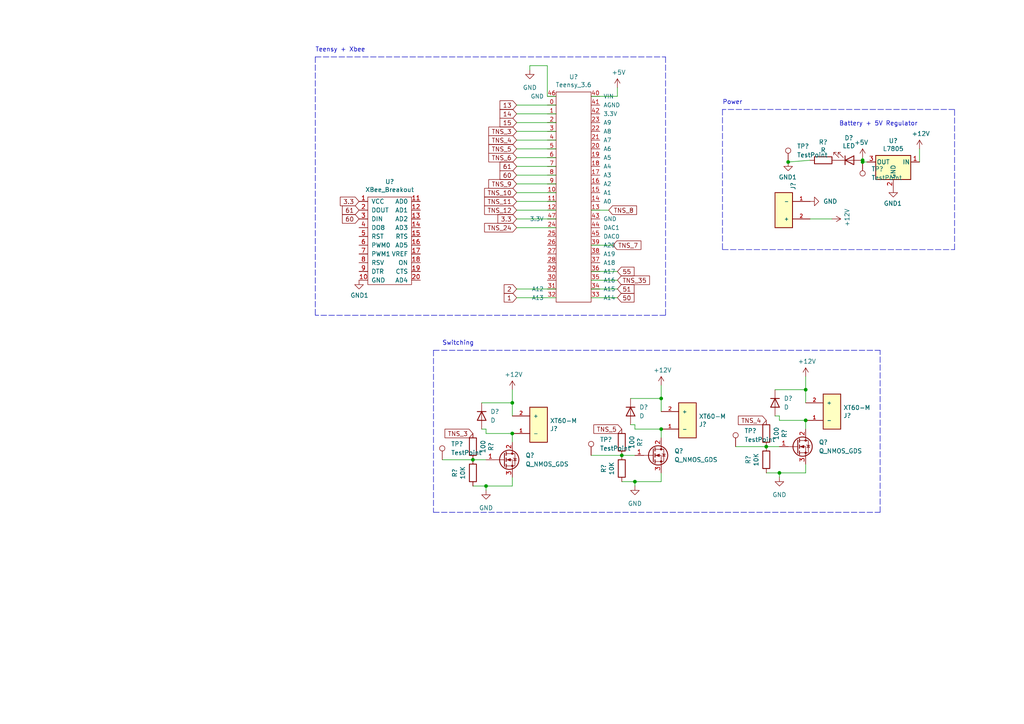
<source format=kicad_sch>
(kicad_sch (version 20211123) (generator eeschema)
  (paper "A4")
  (lib_symbols
    (symbol "CaelusPCB-cache:CaelusPCB-rescue_XT60-M-CaelusPCB" (pin_names (offset 1.016))
      (property "Reference" "J" (at -2.54 5.715 0))
      (property "Value" "CaelusPCB-rescue_XT60-M-CaelusPCB" (at -2.794 -6.35 0))
      (symbol "CaelusPCB-rescue_XT60-M-CaelusPCB_0_0"
        (rectangle (start -2.54 -5.08) (end 2.54 5.08) (stroke (width 0.254)) (fill (type background)))
        (pin passive line (at -7.62 2.54 0) (length 5.08) (name "-") (number "1"))
        (pin passive line (at -7.62 -2.54 0) (length 5.08) (name "+") (number "2"))
      )
    )
    (symbol "CaelusPCB-rescue:+5V-power-CaelusPCB-rescue-CaelusPCB-rescue-CaelusPCB-rescue" (power) (pin_names (offset 0))
      (property "Value" "+5V-power-CaelusPCB-rescue-CaelusPCB-rescue-CaelusPCB-rescue" (at 0 3.556 0))
      (symbol "+5V-power-CaelusPCB-rescue-CaelusPCB-rescue-CaelusPCB-rescue_0_1"
        (polyline (pts (xy -0.762 1.27) (xy 0 2.54)))
        (polyline (pts (xy 0 0) (xy 0 2.54)))
        (polyline (pts (xy 0 2.54) (xy 0.762 1.27)))
      )
      (symbol "+5V-power-CaelusPCB-rescue-CaelusPCB-rescue-CaelusPCB-rescue_1_1"
        (pin power_in line (at 0 0 90) (length 0) hide (name "+5V") (number "1"))
      )
    )
    (symbol "CaelusPCB-rescue:GND1-power-CaelusPCB-rescue-CaelusPCB-rescue-CaelusPCB-rescue" (power) (pin_names (offset 0))
      (property "Value" "GND1-power-CaelusPCB-rescue-CaelusPCB-rescue-CaelusPCB-rescue" (at 0 -3.81 0))
      (symbol "GND1-power-CaelusPCB-rescue-CaelusPCB-rescue-CaelusPCB-rescue_0_1"
        (polyline (pts (xy 0 0) (xy 0 -1.27) (xy 1.27 -1.27) (xy 0 -2.54) (xy -1.27 -1.27) (xy 0 -1.27)))
      )
      (symbol "GND1-power-CaelusPCB-rescue-CaelusPCB-rescue-CaelusPCB-rescue_1_1"
        (pin power_in line (at 0 0 270) (length 0) hide (name "GND1") (number "1"))
      )
    )
    (symbol "CaelusPCB-rescue:L7805-Regulator_Linear-CaelusPCB-rescue-CaelusPCB-rescue-CaelusPCB-rescue" (pin_names (offset 0.254))
      (property "Reference" "U" (at -3.81 3.175 0))
      (property "Value" "L7805-Regulator_Linear-CaelusPCB-rescue-CaelusPCB-rescue-CaelusPCB-rescue" (at 0 3.175 0))
      (symbol "L7805-Regulator_Linear-CaelusPCB-rescue-CaelusPCB-rescue-CaelusPCB-rescue_0_1"
        (rectangle (start -5.08 1.905) (end 5.08 -5.08) (stroke (width 0.254)) (fill (type background)))
      )
      (symbol "L7805-Regulator_Linear-CaelusPCB-rescue-CaelusPCB-rescue-CaelusPCB-rescue_1_1"
        (pin power_in line (at -7.62 0 0) (length 2.54) (name "IN") (number "1"))
        (pin power_in line (at 0 -7.62 90) (length 2.54) (name "GND") (number "2"))
        (pin power_out line (at 7.62 0 180) (length 2.54) (name "OUT") (number "3"))
      )
    )
    (symbol "CaelusPCB-rescue:Teensy3.6-Launchbox_Symbols-CaelusPCB-rescue-CaelusPCB-rescue-CaelusPCB-rescue" (pin_names (offset 1.016))
      (property "Reference" "U" (at 0 -21.59 0))
      (property "Value" "Teensy3.6-Launchbox_Symbols-CaelusPCB-rescue-CaelusPCB-rescue-CaelusPCB-rescue" (at 0 21.59 0))
      (symbol "Teensy3.6-Launchbox_Symbols-CaelusPCB-rescue-CaelusPCB-rescue-CaelusPCB-rescue_0_1"
        (rectangle (start -34.29 5.08) (end 26.67 -5.08))
      )
      (symbol "Teensy3.6-Launchbox_Symbols-CaelusPCB-rescue-CaelusPCB-rescue-CaelusPCB-rescue_1_1"
        (pin input line (at -30.48 -5.08 270) (length 2.54) (name "~") (number "0"))
        (pin input line (at -27.94 -5.08 270) (length 2.54) (name "~") (number "1"))
        (pin input line (at -5.08 -5.08 270) (length 2.54) (name "~") (number "10"))
        (pin input line (at -2.54 -5.08 270) (length 2.54) (name "~") (number "11"))
        (pin input line (at 0 -5.08 270) (length 2.54) (name "~") (number "12"))
        (pin input line (at 0 5.08 90) (length 2.54) (name "~") (number "13"))
        (pin input line (at -2.54 5.08 90) (length 2.54) (name "A0") (number "14"))
        (pin input line (at -5.08 5.08 90) (length 2.54) (name "A1") (number "15"))
        (pin input line (at -7.62 5.08 90) (length 2.54) (name "A2") (number "16"))
        (pin input line (at -10.16 5.08 90) (length 2.54) (name "A3") (number "17"))
        (pin input line (at -12.7 5.08 90) (length 2.54) (name "A4") (number "18"))
        (pin input line (at -15.24 5.08 90) (length 2.54) (name "A5") (number "19"))
        (pin input line (at -25.4 -5.08 270) (length 2.54) (name "~") (number "2"))
        (pin input line (at -17.78 5.08 90) (length 2.54) (name "A6") (number "20"))
        (pin input line (at -20.32 5.08 90) (length 2.54) (name "A7") (number "21"))
        (pin input line (at -22.86 5.08 90) (length 2.54) (name "A8") (number "22"))
        (pin input line (at -25.4 5.08 90) (length 2.54) (name "A9") (number "23"))
        (pin input line (at 5.08 -5.08 270) (length 2.54) (name "~") (number "24"))
        (pin input line (at 7.62 -5.08 270) (length 2.54) (name "~") (number "25"))
        (pin input line (at 10.16 -5.08 270) (length 2.54) (name "~") (number "26"))
        (pin input line (at 12.7 -5.08 270) (length 2.54) (name "~") (number "27"))
        (pin input line (at 15.24 -5.08 270) (length 2.54) (name "~") (number "28"))
        (pin input line (at 17.78 -5.08 270) (length 2.54) (name "~") (number "29"))
        (pin input line (at -22.86 -5.08 270) (length 2.54) (name "~") (number "3"))
        (pin input line (at 20.32 -5.08 270) (length 2.54) (name "~") (number "30"))
        (pin input line (at 22.86 -5.08 270) (length 2.54) (name "A12") (number "31"))
        (pin input line (at 25.4 -5.08 270) (length 2.54) (name "A13") (number "32"))
        (pin input line (at 25.4 5.08 90) (length 2.54) (name "A14") (number "33"))
        (pin input line (at 22.86 5.08 90) (length 2.54) (name "A15") (number "34"))
        (pin input line (at 20.32 5.08 90) (length 2.54) (name "A16") (number "35"))
        (pin input line (at 17.78 5.08 90) (length 2.54) (name "A17") (number "36"))
        (pin input line (at 15.24 5.08 90) (length 2.54) (name "A18") (number "37"))
        (pin input line (at 12.7 5.08 90) (length 2.54) (name "A19") (number "38"))
        (pin input line (at 10.16 5.08 90) (length 2.54) (name "A20") (number "39"))
        (pin input line (at -20.32 -5.08 270) (length 2.54) (name "~") (number "4"))
        (pin input line (at -33.02 5.08 90) (length 2.54) (name "VIN") (number "40"))
        (pin input line (at -30.48 5.08 90) (length 2.54) (name "AGND") (number "41"))
        (pin input line (at -27.94 5.08 90) (length 2.54) (name "3.3V") (number "42"))
        (pin input line (at 2.54 5.08 90) (length 2.54) (name "GND") (number "43"))
        (pin input line (at 5.08 5.08 90) (length 2.54) (name "DAC1") (number "44"))
        (pin input line (at 7.62 5.08 90) (length 2.54) (name "DAC0") (number "45"))
        (pin input line (at -33.02 -5.08 270) (length 2.54) (name "GND") (number "46"))
        (pin input line (at 2.54 -5.08 270) (length 2.54) (name "3.3V") (number "47"))
        (pin input line (at -17.78 -5.08 270) (length 2.54) (name "~") (number "5"))
        (pin input line (at -15.24 -5.08 270) (length 2.54) (name "~") (number "6"))
        (pin input line (at -12.7 -5.08 270) (length 2.54) (name "~") (number "7"))
        (pin input line (at -10.16 -5.08 270) (length 2.54) (name "~") (number "8"))
        (pin input line (at -7.62 -5.08 270) (length 2.54) (name "~") (number "9"))
      )
    )
    (symbol "CaelusPCB-rescue:XBee_Breakout-CaelusPCB-rescue-CaelusPCB-rescue-CaelusPCB-rescue" (pin_names (offset 1.016))
      (property "Reference" "U" (at -5.08 13.97 0))
      (property "Value" "XBee_Breakout-CaelusPCB-rescue-CaelusPCB-rescue-CaelusPCB-rescue" (at 0 -13.97 0))
      (symbol "XBee_Breakout-CaelusPCB-rescue-CaelusPCB-rescue-CaelusPCB-rescue_0_1"
        (rectangle (start -6.35 12.7) (end 6.35 -12.7))
      )
      (symbol "XBee_Breakout-CaelusPCB-rescue-CaelusPCB-rescue-CaelusPCB-rescue_1_1"
        (pin input line (at -8.89 11.43 0) (length 2.54) (name "VCC") (number "1"))
        (pin input line (at -8.89 -11.43 0) (length 2.54) (name "GND") (number "10"))
        (pin input line (at 8.89 11.43 180) (length 2.54) (name "AD0") (number "11"))
        (pin input line (at 8.89 8.89 180) (length 2.54) (name "AD1") (number "12"))
        (pin input line (at 8.89 6.35 180) (length 2.54) (name "AD2") (number "13"))
        (pin input line (at 8.89 3.81 180) (length 2.54) (name "AD3") (number "14"))
        (pin input line (at 8.89 1.27 180) (length 2.54) (name "RTS") (number "15"))
        (pin input line (at 8.89 -1.27 180) (length 2.54) (name "AD5") (number "16"))
        (pin input line (at 8.89 -3.81 180) (length 2.54) (name "VREF") (number "17"))
        (pin input line (at 8.89 -6.35 180) (length 2.54) (name "ON") (number "18"))
        (pin input line (at 8.89 -8.89 180) (length 2.54) (name "CTS") (number "19"))
        (pin input line (at -8.89 8.89 0) (length 2.54) (name "DOUT") (number "2"))
        (pin input line (at 8.89 -11.43 180) (length 2.54) (name "AD4") (number "20"))
        (pin input line (at -8.89 6.35 0) (length 2.54) (name "DIN") (number "3"))
        (pin input line (at -8.89 3.81 0) (length 2.54) (name "DO8") (number "4"))
        (pin input line (at -8.89 1.27 0) (length 2.54) (name "RST") (number "5"))
        (pin input line (at -8.89 -1.27 0) (length 2.54) (name "PWM0") (number "6"))
        (pin input line (at -8.89 -3.81 0) (length 2.54) (name "PWM1") (number "7"))
        (pin input line (at -8.89 -6.35 0) (length 2.54) (name "RSV") (number "8"))
        (pin input line (at -8.89 -8.89 0) (length 2.54) (name "DTR") (number "9"))
      )
    )
    (symbol "CaelusPCB-rescue:XT60-M-CaelusPCB" (pin_names (offset 1.016))
      (property "Reference" "J" (at -2.54 5.715 0))
      (property "Value" "XT60-M-CaelusPCB" (at -2.794 -6.35 0))
      (symbol "XT60-M-CaelusPCB_0_0"
        (rectangle (start -2.54 -5.08) (end 2.54 5.08) (stroke (width 0.254)) (fill (type background)))
        (pin passive line (at -7.62 2.54 0) (length 5.08) (name "-") (number "1"))
        (pin passive line (at -7.62 -2.54 0) (length 5.08) (name "+") (number "2"))
      )
    )
    (symbol "Connector:TestPoint" (pin_numbers hide) (pin_names (offset 0.762) hide)
      (property "Reference" "TP" (at 0 6.858 0))
      (property "Value" "TestPoint" (at 0 5.08 0))
      (symbol "TestPoint_0_1"
        (circle (center 0 3.302) (radius 0.762))
      )
      (symbol "TestPoint_1_1"
        (pin passive line (at 0 0 90) (length 2.54) (name "1") (number "1"))
      )
    )
    (symbol "Device:D" (pin_numbers hide) (pin_names (offset 1.016) hide)
      (property "Reference" "D" (at 0 2.54 0))
      (property "Value" "D" (at 0 -2.54 0))
      (symbol "D_0_1"
        (polyline (pts (xy -1.27 1.27) (xy -1.27 -1.27)) (stroke (width 0.254)))
        (polyline (pts (xy 1.27 0) (xy -1.27 0)))
        (polyline (pts (xy 1.27 1.27) (xy 1.27 -1.27) (xy -1.27 0) (xy 1.27 1.27)) (stroke (width 0.254)))
      )
      (symbol "D_1_1"
        (pin passive line (at -3.81 0 0) (length 2.54) (name "K") (number "1"))
        (pin passive line (at 3.81 0 180) (length 2.54) (name "A") (number "2"))
      )
    )
    (symbol "Device:LED" (pin_numbers hide) (pin_names (offset 1.016) hide)
      (property "Reference" "D" (at 0 2.54 0))
      (property "Value" "LED" (at 0 -2.54 0))
      (symbol "LED_0_1"
        (polyline (pts (xy -1.27 -1.27) (xy -1.27 1.27)) (stroke (width 0.254)))
        (polyline (pts (xy -1.27 0) (xy 1.27 0)))
        (polyline (pts (xy 1.27 -1.27) (xy 1.27 1.27) (xy -1.27 0) (xy 1.27 -1.27)) (stroke (width 0.254)))
        (polyline (pts (xy -3.048 -0.762) (xy -4.572 -2.286) (xy -3.81 -2.286) (xy -4.572 -2.286) (xy -4.572 -1.524)))
        (polyline (pts (xy -1.778 -0.762) (xy -3.302 -2.286) (xy -2.54 -2.286) (xy -3.302 -2.286) (xy -3.302 -1.524)))
      )
      (symbol "LED_1_1"
        (pin passive line (at -3.81 0 0) (length 2.54) (name "K") (number "1"))
        (pin passive line (at 3.81 0 180) (length 2.54) (name "A") (number "2"))
      )
    )
    (symbol "Device:Q_NMOS_GDS" (pin_names (offset 0) hide)
      (property "Reference" "Q" (at 5.08 1.27 0))
      (property "Value" "Q_NMOS_GDS" (at 5.08 -1.27 0))
      (symbol "Q_NMOS_GDS_0_1"
        (polyline (pts (xy 0.254 0) (xy -2.54 0)))
        (polyline (pts (xy 0.254 1.905) (xy 0.254 -1.905)) (stroke (width 0.254)))
        (polyline (pts (xy 0.762 -1.27) (xy 0.762 -2.286)) (stroke (width 0.254)))
        (polyline (pts (xy 0.762 0.508) (xy 0.762 -0.508)) (stroke (width 0.254)))
        (polyline (pts (xy 0.762 2.286) (xy 0.762 1.27)) (stroke (width 0.254)))
        (polyline (pts (xy 2.54 2.54) (xy 2.54 1.778)))
        (polyline (pts (xy 2.54 -2.54) (xy 2.54 0) (xy 0.762 0)))
        (polyline (pts (xy 0.762 -1.778) (xy 3.302 -1.778) (xy 3.302 1.778) (xy 0.762 1.778)))
        (polyline (pts (xy 1.016 0) (xy 2.032 0.381) (xy 2.032 -0.381) (xy 1.016 0)) (fill (type outline)))
        (polyline (pts (xy 2.794 0.508) (xy 2.921 0.381) (xy 3.683 0.381) (xy 3.81 0.254)))
        (polyline (pts (xy 3.302 0.381) (xy 2.921 -0.254) (xy 3.683 -0.254) (xy 3.302 0.381)))
        (circle (center 1.651 0) (radius 2.794) (stroke (width 0.254)))
        (circle (center 2.54 -1.778) (radius 0.254) (fill (type outline)))
        (circle (center 2.54 1.778) (radius 0.254) (fill (type outline)))
      )
      (symbol "Q_NMOS_GDS_1_1"
        (pin input line (at -5.08 0 0) (length 2.54) (name "G") (number "1"))
        (pin passive line (at 2.54 5.08 270) (length 2.54) (name "D") (number "2"))
        (pin passive line (at 2.54 -5.08 90) (length 2.54) (name "S") (number "3"))
      )
    )
    (symbol "Device:R" (pin_numbers hide) (pin_names (offset 0))
      (property "Reference" "R" (at 2.032 0 90))
      (property "Value" "R" (at 0 0 90))
      (symbol "R_0_1"
        (rectangle (start -1.016 -2.54) (end 1.016 2.54) (stroke (width 0.254)))
      )
      (symbol "R_1_1"
        (pin passive line (at 0 3.81 270) (length 1.27) (name "~") (number "1"))
        (pin passive line (at 0 -3.81 90) (length 1.27) (name "~") (number "2"))
      )
    )
    (symbol "power:+12V" (power) (pin_names (offset 0))
      (property "Value" "+12V" (at 0 3.556 0))
      (symbol "+12V_0_1"
        (polyline (pts (xy -0.762 1.27) (xy 0 2.54)))
        (polyline (pts (xy 0 0) (xy 0 2.54)))
        (polyline (pts (xy 0 2.54) (xy 0.762 1.27)))
      )
      (symbol "+12V_1_1"
        (pin power_in line (at 0 0 90) (length 0) hide (name "+12V") (number "1"))
      )
    )
    (symbol "power:GND" (power) (pin_names (offset 0))
      (property "Value" "GND" (at 0 -3.81 0))
      (symbol "GND_0_1"
        (polyline (pts (xy 0 0) (xy 0 -1.27) (xy 1.27 -1.27) (xy 0 -2.54) (xy -1.27 -1.27) (xy 0 -1.27)))
      )
      (symbol "GND_1_1"
        (pin power_in line (at 0 0 270) (length 0) hide (name "GND") (number "1"))
      )
    )
  )
  (junction (at 191.77 124.46))
  (junction (at 226.06 137.16))
  (junction (at 148.59 116.84))
  (junction (at 191.77 115.57))
  (junction (at 140.97 140.97))
  (junction (at 250.19 46.482))
  (junction (at 228.6 46.99))
  (junction (at 233.68 113.03))
  (junction (at 184.15 139.7))
  (junction (at 233.68 121.92))
  (junction (at 148.59 125.73))
  (junction (at 250.19 46.99))
  (junction (at 180.34 132.08))
  (junction (at 137.16 133.35))
  (junction (at 222.25 129.54))
  (wire (pts (xy 171.45 60.96) (xy 176.53 60.96)))
  (wire (pts (xy 191.77 115.57) (xy 191.77 119.38)))
  (wire (pts (xy 149.86 86.36) (xy 161.29 86.36)))
  (wire (pts (xy 161.29 55.88) (xy 149.86 55.88)))
  (polyline (pts (xy 255.27 148.59) (xy 255.27 101.6)))
  (wire (pts (xy 226.06 121.92) (xy 226.06 120.65)))
  (wire (pts (xy 250.19 46.99) (xy 250.19 46.482)))
  (wire (pts (xy 161.29 63.5) (xy 149.86 63.5)))
  (wire (pts (xy 224.79 113.03) (xy 233.68 113.03)))
  (wire (pts (xy 161.29 40.64) (xy 149.86 40.64)))
  (polyline (pts (xy 193.04 91.44) (xy 91.44 91.44)))
  (wire (pts (xy 191.77 111.76) (xy 191.77 115.57)))
  (wire (pts (xy 137.16 133.35) (xy 140.97 133.35)))
  (polyline (pts (xy 276.86 31.75) (xy 209.55 31.75)))
  (wire (pts (xy 233.68 121.92) (xy 233.68 124.46)))
  (wire (pts (xy 158.75 27.94) (xy 158.75 19.05)))
  (wire (pts (xy 251.46 46.99) (xy 250.19 46.99)))
  (wire (pts (xy 128.27 133.35) (xy 137.16 133.35)))
  (polyline (pts (xy 125.73 148.59) (xy 255.27 148.59)))
  (wire (pts (xy 148.59 125.73) (xy 148.59 128.27)))
  (wire (pts (xy 233.68 113.03) (xy 233.68 116.84)))
  (wire (pts (xy 148.59 113.03) (xy 148.59 116.84)))
  (wire (pts (xy 241.3 63.5) (xy 234.95 63.5)))
  (wire (pts (xy 137.16 140.97) (xy 140.97 140.97)))
  (wire (pts (xy 161.29 60.96) (xy 149.86 60.96)))
  (wire (pts (xy 179.07 83.82) (xy 171.45 83.82)))
  (wire (pts (xy 266.7 43.18) (xy 266.7 46.99)))
  (wire (pts (xy 161.29 27.94) (xy 158.75 27.94)))
  (wire (pts (xy 180.34 132.08) (xy 184.15 132.08)))
  (wire (pts (xy 177.8 71.12) (xy 171.45 71.12)))
  (wire (pts (xy 228.6 46.99) (xy 234.95 46.482)))
  (polyline (pts (xy 91.44 16.51) (xy 193.04 16.51)))
  (wire (pts (xy 184.15 140.97) (xy 184.15 139.7)))
  (wire (pts (xy 226.06 137.16) (xy 233.68 137.16)))
  (wire (pts (xy 179.07 27.94) (xy 179.07 25.4)))
  (wire (pts (xy 222.25 129.54) (xy 226.06 129.54)))
  (wire (pts (xy 213.36 129.54) (xy 222.25 129.54)))
  (wire (pts (xy 149.86 33.02) (xy 161.29 33.02)))
  (wire (pts (xy 184.15 139.7) (xy 191.77 139.7)))
  (wire (pts (xy 153.67 19.05) (xy 153.67 20.32)))
  (wire (pts (xy 179.07 81.28) (xy 171.45 81.28)))
  (wire (pts (xy 171.45 132.08) (xy 180.34 132.08)))
  (wire (pts (xy 161.29 50.8) (xy 149.86 50.8)))
  (polyline (pts (xy 125.73 101.6) (xy 125.73 148.59)))
  (wire (pts (xy 191.77 139.7) (xy 191.77 137.16)))
  (wire (pts (xy 140.97 124.46) (xy 139.7 124.46)))
  (wire (pts (xy 161.29 45.72) (xy 149.86 45.72)))
  (wire (pts (xy 226.06 120.65) (xy 224.79 120.65)))
  (wire (pts (xy 191.77 124.46) (xy 191.77 127)))
  (wire (pts (xy 184.15 124.46) (xy 184.15 123.19)))
  (wire (pts (xy 222.25 137.16) (xy 226.06 137.16)))
  (wire (pts (xy 149.86 38.1) (xy 161.29 38.1)))
  (wire (pts (xy 233.68 121.92) (xy 226.06 121.92)))
  (polyline (pts (xy 91.44 16.51) (xy 91.44 91.44)))
  (wire (pts (xy 250.19 46.482) (xy 250.19 45.72)))
  (wire (pts (xy 149.86 53.34) (xy 161.29 53.34)))
  (wire (pts (xy 149.86 35.56) (xy 161.29 35.56)))
  (wire (pts (xy 148.59 116.84) (xy 148.59 120.65)))
  (wire (pts (xy 149.86 58.42) (xy 161.29 58.42)))
  (wire (pts (xy 148.59 140.97) (xy 148.59 138.43)))
  (wire (pts (xy 149.86 48.26) (xy 161.29 48.26)))
  (wire (pts (xy 140.97 125.73) (xy 140.97 124.46)))
  (polyline (pts (xy 125.73 101.6) (xy 255.27 101.6)))
  (wire (pts (xy 184.15 123.19) (xy 182.88 123.19)))
  (wire (pts (xy 233.68 137.16) (xy 233.68 134.62)))
  (wire (pts (xy 149.86 43.18) (xy 161.29 43.18)))
  (wire (pts (xy 148.59 125.73) (xy 140.97 125.73)))
  (wire (pts (xy 140.97 142.24) (xy 140.97 140.97)))
  (wire (pts (xy 139.7 116.84) (xy 148.59 116.84)))
  (wire (pts (xy 180.34 139.7) (xy 184.15 139.7)))
  (wire (pts (xy 158.75 19.05) (xy 153.67 19.05)))
  (wire (pts (xy 140.97 140.97) (xy 148.59 140.97)))
  (polyline (pts (xy 209.55 72.39) (xy 276.86 72.39)))
  (wire (pts (xy 226.06 138.43) (xy 226.06 137.16)))
  (wire (pts (xy 171.45 27.94) (xy 179.07 27.94)))
  (polyline (pts (xy 209.55 31.75) (xy 209.55 72.39)))
  (wire (pts (xy 149.86 66.04) (xy 161.29 66.04)))
  (wire (pts (xy 182.88 115.57) (xy 191.77 115.57)))
  (wire (pts (xy 179.07 86.36) (xy 171.45 86.36)))
  (polyline (pts (xy 193.04 16.51) (xy 193.04 91.44)))
  (wire (pts (xy 149.86 30.48) (xy 161.29 30.48)))
  (wire (pts (xy 179.07 78.74) (xy 171.45 78.74)))
  (wire (pts (xy 149.86 83.82) (xy 161.29 83.82)))
  (wire (pts (xy 191.77 124.46) (xy 184.15 124.46)))
  (polyline (pts (xy 276.86 72.39) (xy 276.86 31.75)))
  (wire (pts (xy 233.68 109.22) (xy 233.68 113.03)))
  (text "Teensy + Xbee\n" (at 91.44 15.24 0) (effects (font (size 1.27 1.27)) (justify left bottom)))
  (text "Switching\n" (at 128.27 100.33 0) (effects (font (size 1.27 1.27)) (justify left bottom)))
  (text "Battery + 5V Regulator" (at 266.192 36.703 180) (effects (font (size 1.27 1.27)) (justify right bottom)))
  (text "Power\n" (at 209.55 30.48 0) (effects (font (size 1.27 1.27)) (justify left bottom)))
  (global_label "3.3" (shape input) (at 104.14 58.42 180) (property "Intersheet References" "${INTERSHEET_REFS}" (effects hide)))
  (global_label "TNS_10" (shape input) (at 149.86 55.88 180) (property "Intersheet References" "${INTERSHEET_REFS}" (effects hide)))
  (global_label "15" (shape input) (at 149.86 35.56 180) (property "Intersheet References" "${INTERSHEET_REFS}" (effects hide)))
  (global_label "1" (shape input) (at 149.86 86.36 180) (property "Intersheet References" "${INTERSHEET_REFS}" (effects hide)))
  (global_label "2" (shape input) (at 149.86 83.82 180) (property "Intersheet References" "${INTERSHEET_REFS}" (effects hide)))
  (global_label "61" (shape input) (at 149.86 48.26 180) (property "Intersheet References" "${INTERSHEET_REFS}" (effects hide)))
  (global_label "50" (shape input) (at 179.07 86.36 0) (property "Intersheet References" "${INTERSHEET_REFS}" (effects hide)))
  (global_label "TNS_4" (shape input) (at 222.25 121.92 180) (property "Intersheet References" "${INTERSHEET_REFS}" (effects hide)))
  (global_label "51" (shape input) (at 179.07 83.82 0) (property "Intersheet References" "${INTERSHEET_REFS}" (effects hide)))
  (global_label "3.3" (shape input) (at 149.86 63.5 180) (property "Intersheet References" "${INTERSHEET_REFS}" (effects hide)))
  (global_label "55" (shape input) (at 179.07 78.74 0) (property "Intersheet References" "${INTERSHEET_REFS}" (effects hide)))
  (global_label "TNS_7" (shape input) (at 177.8 71.12 0) (property "Intersheet References" "${INTERSHEET_REFS}" (effects hide)))
  (global_label "TNS_35" (shape input) (at 179.07 81.28 0) (property "Intersheet References" "${INTERSHEET_REFS}" (effects hide)))
  (global_label "61" (shape input) (at 104.14 60.96 180) (property "Intersheet References" "${INTERSHEET_REFS}" (effects hide)))
  (global_label "14" (shape input) (at 149.86 33.02 180) (property "Intersheet References" "${INTERSHEET_REFS}" (effects hide)))
  (global_label "60" (shape input) (at 104.14 63.5 180) (property "Intersheet References" "${INTERSHEET_REFS}" (effects hide)))
  (global_label "TNS_12" (shape input) (at 149.86 60.96 180) (property "Intersheet References" "${INTERSHEET_REFS}" (effects hide)))
  (global_label "TNS_11" (shape input) (at 149.86 58.42 180) (property "Intersheet References" "${INTERSHEET_REFS}" (effects hide)))
  (global_label "TNS_5" (shape input) (at 180.34 124.46 180) (property "Intersheet References" "${INTERSHEET_REFS}" (effects hide)))
  (global_label "TNS_4" (shape input) (at 149.86 40.64 180) (property "Intersheet References" "${INTERSHEET_REFS}" (effects hide)))
  (global_label "TNS_9" (shape input) (at 149.86 53.34 180) (property "Intersheet References" "${INTERSHEET_REFS}" (effects hide)))
  (global_label "TNS_5" (shape input) (at 149.86 43.18 180) (property "Intersheet References" "${INTERSHEET_REFS}" (effects hide)))
  (global_label "60" (shape input) (at 149.86 50.8 180) (property "Intersheet References" "${INTERSHEET_REFS}" (effects hide)))
  (global_label "13" (shape input) (at 149.86 30.48 180) (property "Intersheet References" "${INTERSHEET_REFS}" (effects hide)))
  (global_label "TNS_6" (shape input) (at 149.86 45.72 180) (property "Intersheet References" "${INTERSHEET_REFS}" (effects hide)))
  (global_label "TNS_3" (shape input) (at 149.86 38.1 180) (property "Intersheet References" "${INTERSHEET_REFS}" (effects hide)))
  (global_label "TNS_3" (shape input) (at 137.16 125.73 180) (property "Intersheet References" "${INTERSHEET_REFS}" (effects hide)))
  (global_label "TNS_8" (shape input) (at 176.53 60.96 0) (property "Intersheet References" "${INTERSHEET_REFS}" (effects hide)))
  (global_label "TNS_24" (shape input) (at 149.86 66.04 180) (property "Intersheet References" "${INTERSHEET_REFS}" (effects hide)))
  (symbol (lib_id "power:+12V") (at 241.3 63.5 270) (mirror x) (unit 1)
    (property "Reference" "#PWR?" (effects hide))
    (property "Value" "+12V" (at 245.6942 63.119 0))
  )
  (symbol (lib_id "power:GND") (at 226.06 138.43 0) (unit 1)
    (property "Reference" "#PWR?" (effects hide))
    (property "Value" "GND" (at 226.06 143.51 0))
  )
  (symbol (lib_id "power:+12V") (at 233.68 109.22 0) (unit 1)
    (property "Reference" "#PWR?" (effects hide))
    (property "Value" "+12V" (at 234.061 104.8258 0))
  )
  (symbol (lib_id "Connector:TestPoint") (at 228.6 46.99 0) (unit 1)
    (property "Reference" "TP?" (at 231.14 42.4179 0) (effects (justify left)))
    (property "Value" "TestPoint" (at 231.14 44.9579 0) (effects (justify left)))
    (property "Footprint" "TestPoint:TestPoint_THTPad_D2.0mm_Drill1.0mm" (effects hide))
  )
  (symbol (lib_id "Device:LED") (at 246.38 46.482 0) (mirror x) (unit 1)
    (property "Reference" "D?" (at 246.2022 40.005 0))
    (property "Value" "LED" (at 246.2022 42.3164 0))
    (property "Footprint" "LED_THT:LED_D5.0mm" (effects hide))
  )
  (symbol (lib_id "Device:D") (at 182.88 119.38 270) (unit 1)
    (property "Reference" "D?" (at 185.42 118.1099 90) (effects (justify left)))
    (property "Value" "D" (at 185.42 120.6499 90) (effects (justify left)))
    (property "Footprint" "Diode_THT:D_A-405_P2.54mm_Vertical_AnodeUp" (effects hide))
  )
  (symbol (lib_id "CaelusPCB-rescue:GND1-power-CaelusPCB-rescue-CaelusPCB-rescue-CaelusPCB-rescue") (at 259.08 54.61 0) (mirror y) (unit 1)
    (property "Reference" "#PWR?" (effects hide))
    (property "Value" "GND1" (at 258.953 59.0042 0))
  )
  (symbol (lib_id "Device:R") (at 180.34 135.89 180) (unit 1)
    (property "Reference" "R?" (at 175.0822 135.89 90))
    (property "Value" "10K" (at 177.3936 135.89 90))
    (property "Footprint" "Resistor_THT:R_Axial_DIN0309_L9.0mm_D3.2mm_P12.70mm_Horizontal" (effects hide))
  )
  (symbol (lib_id "Connector:TestPoint") (at 213.36 129.54 0) (unit 1)
    (property "Reference" "TP?" (at 215.9 124.9679 0) (effects (justify left)))
    (property "Value" "TestPoint" (at 215.9 127.5079 0) (effects (justify left)))
    (property "Footprint" "TestPoint:TestPoint_THTPad_D2.0mm_Drill1.0mm" (effects hide))
  )
  (symbol (lib_id "CaelusPCB-rescue:XT60-M-CaelusPCB") (at 241.3 119.38 0) (mirror x) (unit 1)
    (property "Reference" "J?" (at 244.602 120.5484 0) (effects (justify left)))
    (property "Value" "XT60-M" (at 244.602 118.237 0) (effects (justify left)))
    (property "Footprint" "Launchbox:AMASS_XT60-M" (effects hide))
    (property "MANUFACTURER" "AMASS" (effects hide))
    (property "PARTREV" "1.2" (effects hide))
    (property "STANDARD" "IPC-7251" (effects hide))
  )
  (symbol (lib_id "CaelusPCB-rescue:+5V-power-CaelusPCB-rescue-CaelusPCB-rescue-CaelusPCB-rescue") (at 179.07 25.4 0) (unit 1)
    (property "Reference" "#PWR?" (effects hide))
    (property "Value" "+5V" (at 179.451 21.0058 0))
  )
  (symbol (lib_id "Device:R") (at 137.16 129.54 0) (unit 1)
    (property "Reference" "R?" (at 142.4178 129.54 90))
    (property "Value" "100" (at 140.1064 129.54 90))
    (property "Footprint" "Resistor_THT:R_Axial_DIN0309_L9.0mm_D3.2mm_P12.70mm_Horizontal" (effects hide))
  )
  (symbol (lib_id "CaelusPCB-rescue:Teensy3.6-Launchbox_Symbols-CaelusPCB-rescue-CaelusPCB-rescue-CaelusPCB-rescue") (at 166.37 60.96 270) (unit 1)
    (property "Reference" "U?" (at 166.37 22.3012 90))
    (property "Value" "Teensy_3.6" (at 166.37 24.6126 90))
    (property "Footprint" "Launchbox:Teensy_3.6" (effects hide))
  )
  (symbol (lib_id "power:+12V") (at 148.59 113.03 0) (unit 1)
    (property "Reference" "#PWR?" (effects hide))
    (property "Value" "+12V" (at 148.971 108.6358 0))
  )
  (symbol (lib_id "Connector:TestPoint") (at 128.27 133.35 0) (unit 1)
    (property "Reference" "TP?" (at 130.81 128.7779 0) (effects (justify left)))
    (property "Value" "TestPoint" (at 130.81 131.3179 0) (effects (justify left)))
    (property "Footprint" "TestPoint:TestPoint_THTPad_D2.0mm_Drill1.0mm" (effects hide))
  )
  (symbol (lib_id "Device:R") (at 222.25 125.73 0) (unit 1)
    (property "Reference" "R?" (at 227.5078 125.73 90))
    (property "Value" "100" (at 225.1964 125.73 90))
    (property "Footprint" "Resistor_THT:R_Axial_DIN0309_L9.0mm_D3.2mm_P12.70mm_Horizontal" (effects hide))
  )
  (symbol (lib_id "Connector:TestPoint") (at 171.45 132.08 0) (unit 1)
    (property "Reference" "TP?" (at 173.99 127.5079 0) (effects (justify left)))
    (property "Value" "TestPoint" (at 173.99 130.0479 0) (effects (justify left)))
    (property "Footprint" "TestPoint:TestPoint_THTPad_D2.0mm_Drill1.0mm" (effects hide))
  )
  (symbol (lib_id "Device:D") (at 224.79 116.84 270) (unit 1)
    (property "Reference" "D?" (at 227.33 115.5699 90) (effects (justify left)))
    (property "Value" "D" (at 227.33 118.1099 90) (effects (justify left)))
    (property "Footprint" "Diode_THT:D_A-405_P2.54mm_Vertical_AnodeUp" (effects hide))
  )
  (symbol (lib_id "CaelusPCB-rescue:L7805-Regulator_Linear-CaelusPCB-rescue-CaelusPCB-rescue-CaelusPCB-rescue") (at 259.08 46.99 0) (mirror y) (unit 1)
    (property "Reference" "U?" (at 259.08 40.8432 0))
    (property "Value" "L7805" (at 259.08 43.1546 0))
    (property "Footprint" "Package_TO_SOT_THT:TO-220-3_Horizontal_TabDown" (effects hide))
    (property "Datasheet" "http://www.st.com/content/ccc/resource/technical/document/datasheet/41/4f/b3/b0/12/d4/47/88/CD00000444.pdf/files/CD00000444.pdf/jcr:content/translations/en.CD00000444.pdf" (effects hide))
  )
  (symbol (lib_id "power:GND") (at 140.97 142.24 0) (unit 1)
    (property "Reference" "#PWR?" (effects hide))
    (property "Value" "GND" (at 140.97 147.32 0))
  )
  (symbol (lib_id "Device:Q_NMOS_GDS") (at 189.23 132.08 0) (unit 1)
    (property "Reference" "Q?" (at 195.58 130.8099 0) (effects (justify left)))
    (property "Value" "Q_NMOS_GDS" (at 195.58 133.3499 0) (effects (justify left)))
    (property "Footprint" "Package_TO_SOT_THT:TO-220-3_Vertical" (effects hide))
  )
  (symbol (lib_id "CaelusPCB-rescue:XT60-M-CaelusPCB") (at 199.39 121.92 0) (mirror x) (unit 1)
    (property "Reference" "J?" (at 202.692 123.0884 0) (effects (justify left)))
    (property "Value" "XT60-M" (at 202.692 120.777 0) (effects (justify left)))
    (property "Footprint" "Launchbox:AMASS_XT60-M" (effects hide))
    (property "MANUFACTURER" "AMASS" (effects hide))
    (property "PARTREV" "1.2" (effects hide))
    (property "STANDARD" "IPC-7251" (effects hide))
  )
  (symbol (lib_id "power:GND") (at 184.15 140.97 0) (unit 1)
    (property "Reference" "#PWR?" (effects hide))
    (property "Value" "GND" (at 184.15 146.05 0))
  )
  (symbol (lib_id "CaelusPCB-rescue:GND1-power-CaelusPCB-rescue-CaelusPCB-rescue-CaelusPCB-rescue") (at 104.14 81.28 0) (unit 1)
    (property "Reference" "#PWR?" (effects hide))
    (property "Value" "GND1" (at 104.267 85.6742 0))
  )
  (symbol (lib_id "Device:R") (at 137.16 137.16 180) (unit 1)
    (property "Reference" "R?" (at 131.9022 137.16 90))
    (property "Value" "10K" (at 134.2136 137.16 90))
    (property "Footprint" "Resistor_THT:R_Axial_DIN0309_L9.0mm_D3.2mm_P12.70mm_Horizontal" (effects hide))
  )
  (symbol (lib_id "Device:R") (at 180.34 128.27 0) (unit 1)
    (property "Reference" "R?" (at 185.5978 128.27 90))
    (property "Value" "100" (at 183.2864 128.27 90))
    (property "Footprint" "Resistor_THT:R_Axial_DIN0309_L9.0mm_D3.2mm_P12.70mm_Horizontal" (effects hide))
  )
  (symbol (lib_id "power:GND") (at 153.67 20.32 0) (unit 1)
    (property "Reference" "#PWR?" (effects hide))
    (property "Value" "GND" (at 153.67 25.4 0))
  )
  (symbol (lib_id "power:GND") (at 234.95 58.42 90) (unit 1)
    (property "Reference" "#PWR?" (effects hide))
    (property "Value" "GND" (at 238.76 58.4199 90) (effects (justify right)))
  )
  (symbol (lib_id "CaelusPCB-rescue:GND1-power-CaelusPCB-rescue-CaelusPCB-rescue-CaelusPCB-rescue") (at 228.6 46.99 0) (mirror y) (unit 1)
    (property "Reference" "#PWR?" (effects hide))
    (property "Value" "GND1" (at 228.473 51.3842 0))
  )
  (symbol (lib_id "Device:D") (at 139.7 120.65 270) (unit 1)
    (property "Reference" "D?" (at 142.24 119.3799 90) (effects (justify left)))
    (property "Value" "D" (at 142.24 121.9199 90) (effects (justify left)))
    (property "Footprint" "Diode_THT:D_A-405_P2.54mm_Vertical_AnodeUp" (effects hide))
  )
  (symbol (lib_id "Device:Q_NMOS_GDS") (at 146.05 133.35 0) (unit 1)
    (property "Reference" "Q?" (at 152.4 132.0799 0) (effects (justify left)))
    (property "Value" "Q_NMOS_GDS" (at 152.4 134.6199 0) (effects (justify left)))
    (property "Footprint" "Package_TO_SOT_THT:TO-220-3_Vertical" (effects hide))
  )
  (symbol (lib_id "power:+12V") (at 266.7 43.18 0) (unit 1)
    (property "Reference" "#PWR?" (effects hide))
    (property "Value" "+12V" (at 267.081 38.7858 0))
  )
  (symbol (lib_id "Device:R") (at 238.76 46.482 90) (mirror x) (unit 1)
    (property "Reference" "R?" (at 238.76 41.2242 90))
    (property "Value" "R" (at 238.76 43.5356 90))
    (property "Footprint" "Resistor_THT:R_Axial_DIN0309_L9.0mm_D3.2mm_P12.70mm_Horizontal" (effects hide))
  )
  (symbol (lib_id "CaelusPCB-rescue:XT60-M-CaelusPCB") (at 156.21 123.19 0) (mirror x) (unit 1)
    (property "Reference" "J?" (at 159.512 124.3584 0) (effects (justify left)))
    (property "Value" "XT60-M" (at 159.512 122.047 0) (effects (justify left)))
    (property "Footprint" "Launchbox:AMASS_XT60-M" (effects hide))
    (property "MANUFACTURER" "AMASS" (effects hide))
    (property "PARTREV" "1.2" (effects hide))
    (property "STANDARD" "IPC-7251" (effects hide))
  )
  (symbol (lib_id "Device:Q_NMOS_GDS") (at 231.14 129.54 0) (unit 1)
    (property "Reference" "Q?" (at 237.49 128.2699 0) (effects (justify left)))
    (property "Value" "Q_NMOS_GDS" (at 237.49 130.8099 0) (effects (justify left)))
    (property "Footprint" "Package_TO_SOT_THT:TO-220-3_Vertical" (effects hide))
  )
  (symbol (lib_id "Device:R") (at 222.25 133.35 180) (unit 1)
    (property "Reference" "R?" (at 216.9922 133.35 90))
    (property "Value" "10K" (at 219.3036 133.35 90))
    (property "Footprint" "Resistor_THT:R_Axial_DIN0309_L9.0mm_D3.2mm_P12.70mm_Horizontal" (effects hide))
  )
  (symbol (lib_id "power:+12V") (at 191.77 111.76 0) (unit 1)
    (property "Reference" "#PWR?" (effects hide))
    (property "Value" "+12V" (at 192.151 107.3658 0))
  )
  (symbol (lib_id "CaelusPCB-rescue:XBee_Breakout-CaelusPCB-rescue-CaelusPCB-rescue-CaelusPCB-rescue") (at 113.03 69.85 0) (unit 1)
    (property "Reference" "U?" (at 113.03 52.705 0))
    (property "Value" "XBee_Breakout" (at 113.03 55.0164 0))
    (property "Footprint" "Launchbox:Xbee_Breakout" (effects hide))
  )
  (symbol (lib_id "CaelusPCB-cache:CaelusPCB-rescue_XT60-M-CaelusPCB") (at 227.33 60.96 0) (mirror y) (unit 1)
    (property "Reference" "J?" (at 230.0478 55.118 90) (effects (justify left)))
    (property "Value" "CaelusPCB-rescue_XT60-M-CaelusPCB" (effects hide))
    (property "Footprint" "Launchbox:AMASS_XT60-M" (effects hide))
    (property "MANUFACTURER" "AMASS" (effects hide))
    (property "PARTREV" "1.2" (effects hide))
    (property "STANDARD" "IPC-7251" (effects hide))
  )
  (symbol (lib_id "Connector:TestPoint") (at 250.19 46.99 180) (unit 1)
    (property "Reference" "TP?" (at 252.73 49.0219 0) (effects (justify right)))
    (property "Value" "TestPoint" (at 252.73 51.5619 0) (effects (justify right)))
    (property "Footprint" "TestPoint:TestPoint_THTPad_D2.0mm_Drill1.0mm" (effects hide))
  )
  (symbol (lib_id "CaelusPCB-rescue:+5V-power-CaelusPCB-rescue-CaelusPCB-rescue-CaelusPCB-rescue") (at 250.19 45.72 0) (mirror y) (unit 1)
    (property "Reference" "#PWR?" (effects hide))
    (property "Value" "+5V" (at 249.809 41.3258 0))
  )
)
</source>
